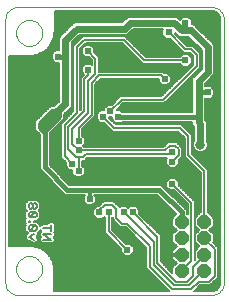
<source format=gbl>
G75*
%MOIN*%
%OFA0B0*%
%FSLAX24Y24*%
%IPPOS*%
%LPD*%
%AMOC8*
5,1,8,0,0,1.08239X$1,22.5*
%
%ADD10C,0.0000*%
%ADD11C,0.0060*%
%ADD12OC8,0.0440*%
%ADD13C,0.0240*%
%ADD14C,0.0160*%
%ADD15C,0.0320*%
%ADD16C,0.0320*%
%ADD17C,0.0240*%
%ADD18C,0.0120*%
%ADD19C,0.0100*%
D10*
X003193Y001223D02*
X003193Y010022D01*
X003195Y010061D01*
X003201Y010099D01*
X003210Y010136D01*
X003223Y010173D01*
X003240Y010208D01*
X003259Y010241D01*
X003282Y010272D01*
X003308Y010301D01*
X003337Y010327D01*
X003368Y010350D01*
X003401Y010369D01*
X003436Y010386D01*
X003473Y010399D01*
X003510Y010408D01*
X003548Y010414D01*
X003587Y010416D01*
X010080Y010416D01*
X010119Y010414D01*
X010157Y010408D01*
X010194Y010399D01*
X010231Y010386D01*
X010266Y010369D01*
X010299Y010350D01*
X010330Y010327D01*
X010359Y010301D01*
X010385Y010272D01*
X010408Y010241D01*
X010427Y010208D01*
X010444Y010173D01*
X010457Y010136D01*
X010466Y010099D01*
X010472Y010061D01*
X010474Y010022D01*
X010474Y001223D01*
X010472Y001184D01*
X010466Y001146D01*
X010457Y001109D01*
X010444Y001072D01*
X010427Y001037D01*
X010408Y001004D01*
X010385Y000973D01*
X010359Y000944D01*
X010330Y000918D01*
X010299Y000895D01*
X010266Y000876D01*
X010231Y000859D01*
X010194Y000846D01*
X010157Y000837D01*
X010119Y000831D01*
X010080Y000829D01*
X003587Y000829D01*
X003548Y000831D01*
X003510Y000837D01*
X003473Y000846D01*
X003436Y000859D01*
X003401Y000876D01*
X003368Y000895D01*
X003337Y000918D01*
X003308Y000944D01*
X003282Y000973D01*
X003259Y001004D01*
X003240Y001037D01*
X003223Y001072D01*
X003210Y001109D01*
X003201Y001146D01*
X003195Y001184D01*
X003193Y001223D01*
X003548Y001685D02*
X003550Y001726D01*
X003556Y001767D01*
X003566Y001807D01*
X003579Y001846D01*
X003596Y001883D01*
X003617Y001919D01*
X003641Y001953D01*
X003668Y001984D01*
X003697Y002012D01*
X003730Y002038D01*
X003764Y002060D01*
X003801Y002079D01*
X003839Y002094D01*
X003879Y002106D01*
X003919Y002114D01*
X003960Y002118D01*
X004002Y002118D01*
X004043Y002114D01*
X004083Y002106D01*
X004123Y002094D01*
X004161Y002079D01*
X004197Y002060D01*
X004232Y002038D01*
X004265Y002012D01*
X004294Y001984D01*
X004321Y001953D01*
X004345Y001919D01*
X004366Y001883D01*
X004383Y001846D01*
X004396Y001807D01*
X004406Y001767D01*
X004412Y001726D01*
X004414Y001685D01*
X004412Y001644D01*
X004406Y001603D01*
X004396Y001563D01*
X004383Y001524D01*
X004366Y001487D01*
X004345Y001451D01*
X004321Y001417D01*
X004294Y001386D01*
X004265Y001358D01*
X004232Y001332D01*
X004198Y001310D01*
X004161Y001291D01*
X004123Y001276D01*
X004083Y001264D01*
X004043Y001256D01*
X004002Y001252D01*
X003960Y001252D01*
X003919Y001256D01*
X003879Y001264D01*
X003839Y001276D01*
X003801Y001291D01*
X003765Y001310D01*
X003730Y001332D01*
X003697Y001358D01*
X003668Y001386D01*
X003641Y001417D01*
X003617Y001451D01*
X003596Y001487D01*
X003579Y001524D01*
X003566Y001563D01*
X003556Y001603D01*
X003550Y001644D01*
X003548Y001685D01*
X003548Y009559D02*
X003550Y009600D01*
X003556Y009641D01*
X003566Y009681D01*
X003579Y009720D01*
X003596Y009757D01*
X003617Y009793D01*
X003641Y009827D01*
X003668Y009858D01*
X003697Y009886D01*
X003730Y009912D01*
X003764Y009934D01*
X003801Y009953D01*
X003839Y009968D01*
X003879Y009980D01*
X003919Y009988D01*
X003960Y009992D01*
X004002Y009992D01*
X004043Y009988D01*
X004083Y009980D01*
X004123Y009968D01*
X004161Y009953D01*
X004197Y009934D01*
X004232Y009912D01*
X004265Y009886D01*
X004294Y009858D01*
X004321Y009827D01*
X004345Y009793D01*
X004366Y009757D01*
X004383Y009720D01*
X004396Y009681D01*
X004406Y009641D01*
X004412Y009600D01*
X004414Y009559D01*
X004412Y009518D01*
X004406Y009477D01*
X004396Y009437D01*
X004383Y009398D01*
X004366Y009361D01*
X004345Y009325D01*
X004321Y009291D01*
X004294Y009260D01*
X004265Y009232D01*
X004232Y009206D01*
X004198Y009184D01*
X004161Y009165D01*
X004123Y009150D01*
X004083Y009138D01*
X004043Y009130D01*
X004002Y009126D01*
X003960Y009126D01*
X003919Y009130D01*
X003879Y009138D01*
X003839Y009150D01*
X003801Y009165D01*
X003765Y009184D01*
X003730Y009206D01*
X003697Y009232D01*
X003668Y009260D01*
X003641Y009291D01*
X003617Y009325D01*
X003596Y009361D01*
X003579Y009398D01*
X003566Y009437D01*
X003556Y009477D01*
X003550Y009518D01*
X003548Y009559D01*
D11*
X003323Y008792D02*
X004016Y008792D01*
X004017Y008791D01*
X004029Y008792D01*
X004040Y008792D01*
X004042Y008794D01*
X004144Y008804D01*
X004146Y008803D01*
X004156Y008806D01*
X004167Y008807D01*
X004169Y008809D01*
X004269Y008835D01*
X004271Y008834D01*
X004281Y008839D01*
X004292Y008842D01*
X004293Y008844D01*
X004387Y008886D01*
X004390Y008885D01*
X004399Y008891D01*
X004409Y008896D01*
X004410Y008898D01*
X004497Y008954D01*
X004500Y008954D01*
X004508Y008961D01*
X004517Y008967D01*
X004517Y008970D01*
X004594Y009039D01*
X004597Y009039D01*
X004604Y009048D01*
X004612Y009055D01*
X004612Y009058D01*
X004677Y009138D01*
X004680Y009139D01*
X004685Y009148D01*
X004692Y009156D01*
X004692Y009159D01*
X004743Y009249D01*
X004746Y009250D01*
X004750Y009260D01*
X004755Y009269D01*
X004755Y009272D01*
X004792Y009368D01*
X004794Y009370D01*
X004796Y009380D01*
X004800Y009390D01*
X004799Y009393D01*
X004821Y009494D01*
X004823Y009496D01*
X004823Y009507D01*
X004826Y009517D01*
X004824Y009519D01*
X004830Y009621D01*
X004830Y009622D01*
X004830Y009634D01*
X004831Y009646D01*
X004830Y009647D01*
X004830Y010286D01*
X010080Y010286D01*
X010131Y010281D01*
X010226Y010241D01*
X010299Y010169D01*
X010339Y010074D01*
X010344Y010022D01*
X010344Y001223D01*
X010339Y001171D01*
X010299Y001076D01*
X010226Y001004D01*
X010131Y000964D01*
X010080Y000959D01*
X009493Y000959D01*
X009501Y000967D01*
X009680Y001147D01*
X010024Y001147D01*
X010094Y001217D01*
X010282Y001404D01*
X010282Y002410D01*
X010212Y002480D01*
X010116Y002576D01*
X010128Y002588D01*
X010128Y002845D01*
X009982Y002992D01*
X010128Y003138D01*
X010128Y003395D01*
X009947Y003577D01*
X009938Y003577D01*
X009938Y005004D01*
X009407Y005535D01*
X009407Y006160D01*
X009126Y006441D01*
X009126Y006441D01*
X009055Y006512D01*
X006868Y006512D01*
X006653Y006726D01*
X006653Y006744D01*
X006733Y006744D01*
X006733Y006680D01*
X006856Y006557D01*
X007030Y006557D01*
X007070Y006597D01*
X009421Y006597D01*
X009421Y006492D01*
X009483Y006430D01*
X009483Y005973D01*
X009481Y005971D01*
X009443Y005879D01*
X009443Y005779D01*
X009481Y005688D01*
X009552Y005617D01*
X009643Y005579D01*
X009743Y005579D01*
X009835Y005617D01*
X009905Y005688D01*
X009943Y005779D01*
X009943Y005879D01*
X009905Y005971D01*
X009903Y005973D01*
X009903Y006604D01*
X009841Y006666D01*
X009841Y007385D01*
X009856Y007369D01*
X010030Y007369D01*
X010153Y007492D01*
X010153Y007666D01*
X010030Y007789D01*
X009856Y007789D01*
X009841Y007774D01*
X009841Y007867D01*
X010153Y008180D01*
X010153Y009166D01*
X010030Y009289D01*
X009591Y009729D01*
X009468Y009852D01*
X009403Y009852D01*
X009403Y009979D01*
X009280Y010102D01*
X009106Y010102D01*
X009006Y010001D01*
X008905Y010102D01*
X007262Y010102D01*
X007075Y009914D01*
X005481Y009914D01*
X004983Y009416D01*
X004983Y008977D01*
X004856Y008977D01*
X004733Y008854D01*
X004733Y008680D01*
X004856Y008557D01*
X004983Y008557D01*
X004983Y007278D01*
X004807Y007125D01*
X004698Y007125D01*
X004616Y007043D01*
X004260Y006688D01*
X004178Y006606D01*
X004178Y006334D01*
X004260Y006252D01*
X004336Y006176D01*
X004336Y005009D01*
X004435Y004909D01*
X005185Y004159D01*
X005851Y004159D01*
X005796Y004104D01*
X005796Y003930D01*
X004306Y003930D01*
X004310Y003926D02*
X004240Y003996D01*
X004110Y003996D01*
X004110Y003996D01*
X004061Y003996D01*
X003967Y003996D01*
X003923Y003953D01*
X003853Y003883D01*
X003853Y003697D01*
X003907Y003642D01*
X003853Y003588D01*
X003853Y003402D01*
X003877Y003378D01*
X003853Y003354D01*
X003853Y003211D01*
X003886Y003179D01*
X003853Y003146D01*
X003853Y002960D01*
X003897Y002917D01*
X003938Y002875D01*
X003927Y002870D01*
X003888Y002857D01*
X003884Y002848D01*
X003875Y002844D01*
X003862Y002804D01*
X003844Y002768D01*
X003847Y002758D01*
X003844Y002749D01*
X003862Y002712D01*
X003875Y002673D01*
X003884Y002669D01*
X003888Y002660D01*
X003927Y002647D01*
X004137Y002542D01*
X004232Y002574D01*
X004276Y002662D01*
X004245Y002757D01*
X004242Y002758D01*
X004245Y002760D01*
X004276Y002854D01*
X004267Y002873D01*
X004283Y002890D01*
X004353Y002960D01*
X004353Y002983D01*
X004383Y002953D01*
X004381Y002953D01*
X004360Y002922D01*
X004333Y002895D01*
X004333Y002881D01*
X004326Y002870D01*
X004333Y002833D01*
X004333Y002795D01*
X004343Y002786D01*
X004345Y002773D01*
X004369Y002757D01*
X004333Y002721D01*
X004333Y002622D01*
X004403Y002552D01*
X004677Y002552D01*
X004688Y002544D01*
X004725Y002552D01*
X004763Y002552D01*
X004773Y002561D01*
X004786Y002564D01*
X004807Y002595D01*
X004833Y002622D01*
X004833Y002635D01*
X004841Y002646D01*
X004833Y002684D01*
X004833Y002721D01*
X004824Y002731D01*
X004821Y002744D01*
X004798Y002760D01*
X006655Y002760D01*
X006597Y002818D02*
X004833Y002818D01*
X004833Y002795D02*
X004833Y002895D01*
X004823Y002906D01*
X004833Y002917D01*
X004833Y003190D01*
X004763Y003260D01*
X004664Y003260D01*
X004593Y003190D01*
X004593Y003173D01*
X004403Y003173D01*
X004353Y003123D01*
X004353Y003146D01*
X004310Y003190D01*
X004240Y003260D01*
X004137Y003260D01*
X004137Y003288D01*
X004240Y003288D01*
X004283Y003332D01*
X004353Y003402D01*
X004353Y003588D01*
X004310Y003631D01*
X004299Y003642D01*
X004353Y003697D01*
X004353Y003883D01*
X004310Y003926D01*
X004353Y003871D02*
X005854Y003871D01*
X005913Y003813D02*
X004353Y003813D01*
X004353Y003754D02*
X006196Y003754D01*
X006231Y003789D02*
X006108Y003666D01*
X006108Y003492D01*
X006231Y003369D01*
X006405Y003369D01*
X006474Y003438D01*
X006511Y003402D01*
X006511Y002904D01*
X007046Y002369D01*
X007046Y002242D01*
X007169Y002119D01*
X007343Y002119D01*
X007466Y002242D01*
X007466Y002416D01*
X007343Y002539D01*
X007215Y002539D01*
X006751Y003004D01*
X006751Y003402D01*
X006761Y003412D01*
X006761Y003342D01*
X006831Y003272D01*
X007018Y003084D01*
X007206Y003084D01*
X007886Y002404D01*
X007886Y001717D01*
X007956Y001647D01*
X008643Y000959D01*
X004823Y000959D01*
X004823Y001645D01*
X004824Y001647D01*
X004823Y001658D01*
X004823Y001670D01*
X004822Y001671D01*
X004811Y001773D01*
X004813Y001776D01*
X004810Y001786D01*
X004809Y001797D01*
X004807Y001798D01*
X004780Y001898D01*
X004781Y001901D01*
X004777Y001911D01*
X004774Y001921D01*
X004771Y001923D01*
X004729Y002017D01*
X004730Y002020D01*
X004724Y002029D01*
X004720Y002039D01*
X004717Y002040D01*
X004661Y002126D01*
X004661Y002129D01*
X004654Y002137D01*
X004648Y002146D01*
X004645Y002147D01*
X004576Y002224D01*
X004576Y002227D01*
X004568Y002233D01*
X007055Y002233D01*
X007046Y002292D02*
X004496Y002292D01*
X004477Y002307D02*
X004477Y002309D01*
X004467Y002315D01*
X004459Y002322D01*
X004456Y002321D01*
X004367Y002373D01*
X004366Y002376D01*
X004356Y002380D01*
X004346Y002385D01*
X004344Y002384D01*
X004247Y002421D01*
X004246Y002424D01*
X004235Y002426D01*
X004225Y002430D01*
X004222Y002429D01*
X004121Y002450D01*
X004119Y002452D01*
X004109Y002453D01*
X004098Y002455D01*
X004096Y002454D01*
X003995Y002459D01*
X003994Y002460D01*
X003981Y002460D01*
X003969Y002460D01*
X003968Y002460D01*
X003323Y002460D01*
X003323Y008792D01*
X003323Y008785D02*
X004733Y008785D01*
X004733Y008727D02*
X003323Y008727D01*
X003323Y008668D02*
X004745Y008668D01*
X004803Y008610D02*
X003323Y008610D01*
X003323Y008551D02*
X004983Y008551D01*
X004983Y008493D02*
X003323Y008493D01*
X003323Y008434D02*
X004983Y008434D01*
X004983Y008376D02*
X003323Y008376D01*
X003323Y008317D02*
X004983Y008317D01*
X004983Y008259D02*
X003323Y008259D01*
X003323Y008200D02*
X004983Y008200D01*
X004983Y008142D02*
X003323Y008142D01*
X003323Y008083D02*
X004983Y008083D01*
X004983Y008025D02*
X003323Y008025D01*
X003323Y007966D02*
X004983Y007966D01*
X004983Y007908D02*
X003323Y007908D01*
X003323Y007849D02*
X004983Y007849D01*
X004983Y007791D02*
X003323Y007791D01*
X003323Y007732D02*
X004983Y007732D01*
X004983Y007674D02*
X003323Y007674D01*
X003323Y007615D02*
X004983Y007615D01*
X004983Y007557D02*
X003323Y007557D01*
X003323Y007498D02*
X004983Y007498D01*
X004983Y007440D02*
X003323Y007440D01*
X003323Y007381D02*
X004983Y007381D01*
X004983Y007323D02*
X003323Y007323D01*
X003323Y007264D02*
X004967Y007264D01*
X004900Y007206D02*
X003323Y007206D01*
X003323Y007147D02*
X004833Y007147D01*
X004661Y007089D02*
X003323Y007089D01*
X003323Y007030D02*
X004602Y007030D01*
X004544Y006972D02*
X003323Y006972D01*
X003323Y006913D02*
X004485Y006913D01*
X004427Y006855D02*
X003323Y006855D01*
X003323Y006796D02*
X004368Y006796D01*
X004310Y006738D02*
X003323Y006738D01*
X003323Y006679D02*
X004251Y006679D01*
X004193Y006621D02*
X003323Y006621D01*
X003323Y006562D02*
X004178Y006562D01*
X004178Y006504D02*
X003323Y006504D01*
X003323Y006445D02*
X004178Y006445D01*
X004178Y006387D02*
X003323Y006387D01*
X003323Y006328D02*
X004184Y006328D01*
X004242Y006270D02*
X003323Y006270D01*
X003323Y006211D02*
X004301Y006211D01*
X004336Y006153D02*
X003323Y006153D01*
X003323Y006094D02*
X004336Y006094D01*
X004336Y006036D02*
X003323Y006036D01*
X003323Y005977D02*
X004336Y005977D01*
X004336Y005919D02*
X003323Y005919D01*
X003323Y005860D02*
X004336Y005860D01*
X004336Y005802D02*
X003323Y005802D01*
X003323Y005743D02*
X004336Y005743D01*
X004336Y005685D02*
X003323Y005685D01*
X003323Y005626D02*
X004336Y005626D01*
X004336Y005568D02*
X003323Y005568D01*
X003323Y005509D02*
X004336Y005509D01*
X004336Y005451D02*
X003323Y005451D01*
X003323Y005392D02*
X004336Y005392D01*
X004336Y005334D02*
X003323Y005334D01*
X003323Y005275D02*
X004336Y005275D01*
X004336Y005217D02*
X003323Y005217D01*
X003323Y005158D02*
X004336Y005158D01*
X004336Y005100D02*
X003323Y005100D01*
X003323Y005041D02*
X004336Y005041D01*
X004362Y004983D02*
X003323Y004983D01*
X003323Y004924D02*
X004420Y004924D01*
X004479Y004866D02*
X003323Y004866D01*
X003323Y004807D02*
X004537Y004807D01*
X004596Y004749D02*
X003323Y004749D01*
X003323Y004690D02*
X004654Y004690D01*
X004713Y004632D02*
X003323Y004632D01*
X003323Y004573D02*
X004771Y004573D01*
X004830Y004515D02*
X003323Y004515D01*
X003323Y004456D02*
X004888Y004456D01*
X004947Y004398D02*
X003323Y004398D01*
X003323Y004339D02*
X005005Y004339D01*
X005064Y004281D02*
X003323Y004281D01*
X003323Y004222D02*
X005122Y004222D01*
X005181Y004164D02*
X003323Y004164D01*
X003323Y004105D02*
X005797Y004105D01*
X005796Y004047D02*
X003323Y004047D01*
X003323Y003988D02*
X003959Y003988D01*
X003900Y003930D02*
X003323Y003930D01*
X003323Y003871D02*
X003853Y003871D01*
X003853Y003813D02*
X003323Y003813D01*
X003323Y003754D02*
X003853Y003754D01*
X003854Y003696D02*
X003323Y003696D01*
X003323Y003637D02*
X003902Y003637D01*
X003853Y003579D02*
X003323Y003579D01*
X003323Y003520D02*
X003853Y003520D01*
X003853Y003462D02*
X003323Y003462D01*
X003323Y003403D02*
X003853Y003403D01*
X003853Y003345D02*
X003323Y003345D01*
X003323Y003286D02*
X003853Y003286D01*
X003853Y003228D02*
X003323Y003228D01*
X003323Y003169D02*
X003876Y003169D01*
X003853Y003111D02*
X003323Y003111D01*
X003323Y003052D02*
X003853Y003052D01*
X003853Y002994D02*
X003323Y002994D01*
X003323Y002935D02*
X003878Y002935D01*
X003936Y002877D02*
X003323Y002877D01*
X003323Y002818D02*
X003867Y002818D01*
X003846Y002760D02*
X003323Y002760D01*
X003323Y002701D02*
X003866Y002701D01*
X003936Y002643D02*
X003323Y002643D01*
X003323Y002584D02*
X004053Y002584D01*
X004147Y002672D02*
X003973Y002758D01*
X004147Y002845D01*
X004264Y002818D02*
X004333Y002818D01*
X004330Y002877D02*
X004270Y002877D01*
X004329Y002935D02*
X004369Y002935D01*
X004453Y002845D02*
X004713Y002845D01*
X004798Y002760D02*
X004833Y002795D01*
X004833Y002877D02*
X006538Y002877D01*
X006511Y002935D02*
X004833Y002935D01*
X004833Y002994D02*
X006511Y002994D01*
X006511Y003052D02*
X004833Y003052D01*
X004833Y003111D02*
X006511Y003111D01*
X006511Y003169D02*
X004833Y003169D01*
X004795Y003228D02*
X006511Y003228D01*
X006511Y003286D02*
X004137Y003286D01*
X004017Y003304D02*
X004017Y003261D01*
X003973Y003261D01*
X003973Y003304D01*
X004017Y003304D01*
X004017Y003408D02*
X003973Y003452D01*
X003973Y003538D01*
X004017Y003582D01*
X004190Y003582D01*
X004017Y003408D01*
X004190Y003408D01*
X004233Y003452D01*
X004233Y003538D01*
X004190Y003582D01*
X004190Y003703D02*
X004147Y003703D01*
X004103Y003746D01*
X004103Y003833D01*
X004060Y003876D01*
X004017Y003876D01*
X003973Y003833D01*
X003973Y003746D01*
X004017Y003703D01*
X004060Y003703D01*
X004103Y003746D01*
X004103Y003833D02*
X004147Y003876D01*
X004190Y003876D01*
X004233Y003833D01*
X004233Y003746D01*
X004190Y003703D01*
X004304Y003637D02*
X006108Y003637D01*
X006108Y003579D02*
X004353Y003579D01*
X004353Y003520D02*
X006108Y003520D01*
X006139Y003462D02*
X004353Y003462D01*
X004353Y003403D02*
X006197Y003403D01*
X006318Y003579D02*
X006318Y003642D01*
X006506Y003829D01*
X006756Y003829D01*
X006881Y003704D01*
X006881Y003392D01*
X007068Y003204D01*
X007256Y003204D01*
X008006Y002454D01*
X008006Y001767D01*
X008756Y001017D01*
X009381Y001017D01*
X009631Y001267D01*
X009974Y001267D01*
X010162Y001454D01*
X010162Y002360D01*
X009818Y002704D01*
X009818Y002717D01*
X009598Y002935D02*
X009501Y002935D01*
X009501Y002877D02*
X009540Y002877D01*
X009508Y002845D02*
X009508Y002588D01*
X009655Y002442D01*
X009508Y002295D01*
X009508Y002038D01*
X009527Y002020D01*
X009501Y001994D01*
X009501Y003941D01*
X008966Y004476D01*
X008966Y004604D01*
X008843Y004727D01*
X008669Y004727D01*
X008546Y004604D01*
X008546Y004430D01*
X008669Y004307D01*
X008796Y004307D01*
X009261Y003842D01*
X009261Y003513D01*
X009238Y003535D01*
X009238Y003650D01*
X008488Y004400D01*
X008389Y004499D01*
X005326Y004499D01*
X004676Y005150D01*
X004676Y006239D01*
X005064Y006627D01*
X005089Y006652D01*
X005120Y006667D01*
X005128Y006691D01*
X005146Y006709D01*
X005146Y006744D01*
X005157Y006777D01*
X005146Y006800D01*
X005146Y006863D01*
X005272Y006972D01*
X005280Y006972D01*
X005336Y007028D01*
X005396Y007080D01*
X005397Y007089D01*
X005403Y007095D01*
X005403Y007175D01*
X005409Y007254D01*
X005403Y007260D01*
X005403Y009242D01*
X005655Y009494D01*
X007249Y009494D01*
X007372Y009617D01*
X007436Y009682D01*
X008436Y009682D01*
X008421Y009666D01*
X008421Y009492D01*
X008544Y009369D01*
X008671Y009369D01*
X009073Y008967D01*
X009143Y008897D01*
X009331Y008897D01*
X009448Y008779D01*
X009448Y008504D01*
X008393Y007449D01*
X007018Y007449D01*
X006733Y007164D01*
X006606Y007164D01*
X006483Y007041D01*
X006483Y006977D01*
X006356Y006977D01*
X006233Y006854D01*
X006233Y006680D01*
X006356Y006557D01*
X006483Y006557D01*
X006768Y006272D01*
X008956Y006272D01*
X009167Y006061D01*
X009167Y005436D01*
X009698Y004904D01*
X009698Y003577D01*
X009690Y003577D01*
X009508Y003395D01*
X009508Y003138D01*
X009655Y002992D01*
X009508Y002845D01*
X009501Y002818D02*
X009508Y002818D01*
X009501Y002760D02*
X009508Y002760D01*
X009501Y002701D02*
X009508Y002701D01*
X009501Y002643D02*
X009508Y002643D01*
X009501Y002584D02*
X009512Y002584D01*
X009501Y002526D02*
X009571Y002526D01*
X009629Y002467D02*
X009501Y002467D01*
X009501Y002409D02*
X009622Y002409D01*
X009563Y002350D02*
X009501Y002350D01*
X009501Y002292D02*
X009508Y002292D01*
X009501Y002233D02*
X009508Y002233D01*
X009501Y002175D02*
X009508Y002175D01*
X009501Y002116D02*
X009508Y002116D01*
X009501Y002058D02*
X009508Y002058D01*
X009501Y001999D02*
X009506Y001999D01*
X009381Y001954D02*
X009381Y003892D01*
X008756Y004517D01*
X008636Y004339D02*
X008549Y004339D01*
X008578Y004398D02*
X008490Y004398D01*
X008546Y004456D02*
X008432Y004456D01*
X008546Y004515D02*
X005311Y004515D01*
X005252Y004573D02*
X008546Y004573D01*
X008574Y004632D02*
X005194Y004632D01*
X005135Y004690D02*
X008632Y004690D01*
X008879Y004690D02*
X009698Y004690D01*
X009698Y004632D02*
X008938Y004632D01*
X008966Y004573D02*
X009698Y004573D01*
X009698Y004515D02*
X008966Y004515D01*
X008986Y004456D02*
X009698Y004456D01*
X009698Y004398D02*
X009044Y004398D01*
X009103Y004339D02*
X009698Y004339D01*
X009698Y004281D02*
X009161Y004281D01*
X009220Y004222D02*
X009698Y004222D01*
X009698Y004164D02*
X009278Y004164D01*
X009337Y004105D02*
X009698Y004105D01*
X009698Y004047D02*
X009395Y004047D01*
X009454Y003988D02*
X009698Y003988D01*
X009698Y003930D02*
X009501Y003930D01*
X009501Y003871D02*
X009698Y003871D01*
X009698Y003813D02*
X009501Y003813D01*
X009501Y003754D02*
X009698Y003754D01*
X009698Y003696D02*
X009501Y003696D01*
X009501Y003637D02*
X009698Y003637D01*
X009698Y003579D02*
X009501Y003579D01*
X009501Y003520D02*
X009633Y003520D01*
X009575Y003462D02*
X009501Y003462D01*
X009501Y003403D02*
X009516Y003403D01*
X009508Y003345D02*
X009501Y003345D01*
X009501Y003286D02*
X009508Y003286D01*
X009501Y003228D02*
X009508Y003228D01*
X009501Y003169D02*
X009508Y003169D01*
X009501Y003111D02*
X009536Y003111D01*
X009501Y003052D02*
X009594Y003052D01*
X009653Y002994D02*
X009501Y002994D01*
X009818Y003267D02*
X009818Y004954D01*
X009287Y005485D01*
X009287Y006110D01*
X009006Y006392D01*
X006818Y006392D01*
X006443Y006767D01*
X006292Y006621D02*
X006029Y006621D01*
X005971Y006562D02*
X006351Y006562D01*
X006234Y006679D02*
X006088Y006679D01*
X006118Y006709D02*
X006188Y006779D01*
X006188Y007842D01*
X006368Y008022D01*
X008296Y008022D01*
X008296Y007930D01*
X008419Y007807D01*
X008593Y007807D01*
X008716Y007930D01*
X008716Y008104D01*
X008593Y008227D01*
X008465Y008227D01*
X008430Y008262D01*
X006313Y008262D01*
X006313Y008754D01*
X006153Y008914D01*
X006153Y009041D01*
X006030Y009164D01*
X005856Y009164D01*
X005733Y009041D01*
X005733Y008867D01*
X005856Y008744D01*
X005983Y008744D01*
X006073Y008654D01*
X006073Y008496D01*
X006030Y008539D01*
X005856Y008539D01*
X005733Y008416D01*
X005733Y008242D01*
X005804Y008172D01*
X005768Y008137D01*
X005698Y008066D01*
X005698Y007004D01*
X005688Y006994D01*
X005688Y009029D01*
X005868Y009209D01*
X007081Y009209D01*
X007698Y008592D01*
X007768Y008522D01*
X009016Y008522D01*
X009106Y008432D01*
X009280Y008432D01*
X009403Y008555D01*
X009403Y008729D01*
X009280Y008852D01*
X009106Y008852D01*
X009016Y008762D01*
X007868Y008762D01*
X007180Y009449D01*
X005768Y009449D01*
X005698Y009379D01*
X005518Y009199D01*
X005448Y009129D01*
X005448Y006941D01*
X005112Y006605D01*
X005042Y006535D01*
X005042Y005404D01*
X005112Y005334D01*
X005202Y005244D01*
X005202Y005117D01*
X005325Y004994D01*
X005421Y004994D01*
X005421Y004867D01*
X005544Y004744D01*
X005718Y004744D01*
X005841Y004867D01*
X005841Y005041D01*
X005751Y005131D01*
X005751Y005303D01*
X005837Y005303D01*
X005907Y005373D01*
X005930Y005397D01*
X008589Y005397D01*
X008546Y005354D01*
X008546Y005180D01*
X008669Y005057D01*
X008843Y005057D01*
X008966Y005180D01*
X008966Y005307D01*
X009024Y005365D01*
X009094Y005436D01*
X009094Y005723D01*
X008969Y005848D01*
X008899Y005918D01*
X008612Y005918D01*
X008456Y005762D01*
X005808Y005762D01*
X005771Y005798D01*
X005841Y005867D01*
X005841Y006041D01*
X005751Y006131D01*
X005751Y006342D01*
X006118Y006709D01*
X006146Y006738D02*
X006233Y006738D01*
X006233Y006796D02*
X006188Y006796D01*
X006188Y006855D02*
X006234Y006855D01*
X006188Y006913D02*
X006293Y006913D01*
X006351Y006972D02*
X006188Y006972D01*
X006188Y007030D02*
X006483Y007030D01*
X006531Y007089D02*
X006188Y007089D01*
X006188Y007147D02*
X006589Y007147D01*
X006775Y007206D02*
X006188Y007206D01*
X006188Y007264D02*
X006833Y007264D01*
X006892Y007323D02*
X006188Y007323D01*
X006188Y007381D02*
X006950Y007381D01*
X007009Y007440D02*
X006188Y007440D01*
X006188Y007498D02*
X008443Y007498D01*
X008501Y007557D02*
X006188Y007557D01*
X006188Y007615D02*
X008560Y007615D01*
X008618Y007674D02*
X006188Y007674D01*
X006188Y007732D02*
X008677Y007732D01*
X008735Y007791D02*
X006188Y007791D01*
X006195Y007849D02*
X008376Y007849D01*
X008318Y007908D02*
X006254Y007908D01*
X006312Y007966D02*
X008296Y007966D01*
X008381Y008142D02*
X008506Y008017D01*
X008381Y008142D02*
X006318Y008142D01*
X006068Y007892D01*
X006068Y006829D01*
X005631Y006392D01*
X005631Y005954D01*
X005775Y005802D02*
X008496Y005802D01*
X008554Y005860D02*
X005834Y005860D01*
X005841Y005919D02*
X009167Y005919D01*
X009167Y005977D02*
X005841Y005977D01*
X005841Y006036D02*
X009167Y006036D01*
X009133Y006094D02*
X005788Y006094D01*
X005751Y006153D02*
X009075Y006153D01*
X009016Y006211D02*
X005751Y006211D01*
X005751Y006270D02*
X008958Y006270D01*
X009180Y006387D02*
X009483Y006387D01*
X009483Y006328D02*
X009239Y006328D01*
X009297Y006270D02*
X009483Y006270D01*
X009483Y006211D02*
X009356Y006211D01*
X009407Y006153D02*
X009483Y006153D01*
X009483Y006094D02*
X009407Y006094D01*
X009407Y006036D02*
X009483Y006036D01*
X009483Y005977D02*
X009407Y005977D01*
X009407Y005919D02*
X009460Y005919D01*
X009443Y005860D02*
X009407Y005860D01*
X009407Y005802D02*
X009443Y005802D01*
X009458Y005743D02*
X009407Y005743D01*
X009407Y005685D02*
X009484Y005685D01*
X009543Y005626D02*
X009407Y005626D01*
X009407Y005568D02*
X010344Y005568D01*
X010344Y005626D02*
X009844Y005626D01*
X009902Y005685D02*
X010344Y005685D01*
X010344Y005743D02*
X009928Y005743D01*
X009943Y005802D02*
X010344Y005802D01*
X010344Y005860D02*
X009943Y005860D01*
X009927Y005919D02*
X010344Y005919D01*
X010344Y005977D02*
X009903Y005977D01*
X009903Y006036D02*
X010344Y006036D01*
X010344Y006094D02*
X009903Y006094D01*
X009903Y006153D02*
X010344Y006153D01*
X010344Y006211D02*
X009903Y006211D01*
X009903Y006270D02*
X010344Y006270D01*
X010344Y006328D02*
X009903Y006328D01*
X009903Y006387D02*
X010344Y006387D01*
X010344Y006445D02*
X009903Y006445D01*
X009903Y006504D02*
X010344Y006504D01*
X010344Y006562D02*
X009903Y006562D01*
X009886Y006621D02*
X010344Y006621D01*
X010344Y006679D02*
X009841Y006679D01*
X009841Y006738D02*
X010344Y006738D01*
X010344Y006796D02*
X009841Y006796D01*
X009841Y006855D02*
X010344Y006855D01*
X010344Y006913D02*
X009841Y006913D01*
X009841Y006972D02*
X010344Y006972D01*
X010344Y007030D02*
X009841Y007030D01*
X009841Y007089D02*
X010344Y007089D01*
X010344Y007147D02*
X009841Y007147D01*
X009841Y007206D02*
X010344Y007206D01*
X010344Y007264D02*
X009841Y007264D01*
X009841Y007323D02*
X010344Y007323D01*
X010344Y007381D02*
X010042Y007381D01*
X010101Y007440D02*
X010344Y007440D01*
X010344Y007498D02*
X010153Y007498D01*
X010153Y007557D02*
X010344Y007557D01*
X010344Y007615D02*
X010153Y007615D01*
X010146Y007674D02*
X010344Y007674D01*
X010344Y007732D02*
X010087Y007732D01*
X009841Y007791D02*
X010344Y007791D01*
X010344Y007849D02*
X009841Y007849D01*
X009881Y007908D02*
X010344Y007908D01*
X010344Y007966D02*
X009940Y007966D01*
X009998Y008025D02*
X010344Y008025D01*
X010344Y008083D02*
X010057Y008083D01*
X010115Y008142D02*
X010344Y008142D01*
X010344Y008200D02*
X010153Y008200D01*
X010153Y008259D02*
X010344Y008259D01*
X010344Y008317D02*
X010153Y008317D01*
X010153Y008376D02*
X010344Y008376D01*
X010344Y008434D02*
X010153Y008434D01*
X010153Y008493D02*
X010344Y008493D01*
X010344Y008551D02*
X010153Y008551D01*
X010153Y008610D02*
X010344Y008610D01*
X010344Y008668D02*
X010153Y008668D01*
X010153Y008727D02*
X010344Y008727D01*
X010344Y008785D02*
X010153Y008785D01*
X010153Y008844D02*
X010344Y008844D01*
X010344Y008902D02*
X010153Y008902D01*
X010153Y008961D02*
X010344Y008961D01*
X010344Y009019D02*
X010153Y009019D01*
X010153Y009078D02*
X010344Y009078D01*
X010344Y009136D02*
X010153Y009136D01*
X010125Y009195D02*
X010344Y009195D01*
X010344Y009253D02*
X010066Y009253D01*
X010030Y009289D02*
X010030Y009289D01*
X010008Y009312D02*
X010344Y009312D01*
X010344Y009370D02*
X009949Y009370D01*
X009891Y009429D02*
X010344Y009429D01*
X010344Y009487D02*
X009832Y009487D01*
X009774Y009546D02*
X010344Y009546D01*
X010344Y009604D02*
X009715Y009604D01*
X009657Y009663D02*
X010344Y009663D01*
X010344Y009721D02*
X009598Y009721D01*
X009591Y009729D02*
X009591Y009729D01*
X009540Y009780D02*
X010344Y009780D01*
X010344Y009838D02*
X009481Y009838D01*
X009403Y009897D02*
X010344Y009897D01*
X010344Y009955D02*
X009403Y009955D01*
X009368Y010014D02*
X010344Y010014D01*
X010339Y010072D02*
X009310Y010072D01*
X009077Y010072D02*
X008935Y010072D01*
X008993Y010014D02*
X009018Y010014D01*
X008841Y009572D02*
X008981Y009432D01*
X009294Y009432D01*
X009733Y008992D01*
X009733Y008354D01*
X009544Y008164D01*
X009421Y008041D01*
X009421Y006937D01*
X007070Y006937D01*
X007030Y006977D01*
X006903Y006977D01*
X006903Y006994D01*
X007118Y007209D01*
X008493Y007209D01*
X008563Y007279D01*
X009688Y008404D01*
X009688Y008879D01*
X009618Y008949D01*
X009430Y009137D01*
X009243Y009137D01*
X008841Y009539D01*
X008841Y009572D01*
X008841Y009546D02*
X008867Y009546D01*
X008892Y009487D02*
X008926Y009487D01*
X008951Y009429D02*
X009297Y009429D01*
X009355Y009370D02*
X009009Y009370D01*
X009068Y009312D02*
X009414Y009312D01*
X009472Y009253D02*
X009126Y009253D01*
X009185Y009195D02*
X009531Y009195D01*
X009589Y009136D02*
X009431Y009136D01*
X009489Y009078D02*
X009648Y009078D01*
X009706Y009019D02*
X009548Y009019D01*
X009606Y008961D02*
X009733Y008961D01*
X009733Y008902D02*
X009665Y008902D01*
X009688Y008844D02*
X009733Y008844D01*
X009733Y008785D02*
X009688Y008785D01*
X009688Y008727D02*
X009733Y008727D01*
X009733Y008668D02*
X009688Y008668D01*
X009688Y008610D02*
X009733Y008610D01*
X009733Y008551D02*
X009688Y008551D01*
X009688Y008493D02*
X009733Y008493D01*
X009733Y008434D02*
X009688Y008434D01*
X009659Y008376D02*
X009733Y008376D01*
X009697Y008317D02*
X009601Y008317D01*
X009638Y008259D02*
X009542Y008259D01*
X009580Y008200D02*
X009484Y008200D01*
X009521Y008142D02*
X009425Y008142D01*
X009463Y008083D02*
X009367Y008083D01*
X009421Y008025D02*
X009308Y008025D01*
X009250Y007966D02*
X009421Y007966D01*
X009421Y007908D02*
X009191Y007908D01*
X009133Y007849D02*
X009421Y007849D01*
X009421Y007791D02*
X009074Y007791D01*
X009016Y007732D02*
X009421Y007732D01*
X009421Y007674D02*
X008957Y007674D01*
X008899Y007615D02*
X009421Y007615D01*
X009421Y007557D02*
X008840Y007557D01*
X008782Y007498D02*
X009421Y007498D01*
X009421Y007440D02*
X008723Y007440D01*
X008665Y007381D02*
X009421Y007381D01*
X009421Y007323D02*
X008606Y007323D01*
X008548Y007264D02*
X009421Y007264D01*
X009421Y007206D02*
X007114Y007206D01*
X007056Y007147D02*
X009421Y007147D01*
X009421Y007089D02*
X006997Y007089D01*
X006939Y007030D02*
X009421Y007030D01*
X009421Y006972D02*
X007035Y006972D01*
X006733Y006738D02*
X006653Y006738D01*
X006700Y006679D02*
X006734Y006679D01*
X006759Y006621D02*
X006792Y006621D01*
X006817Y006562D02*
X006851Y006562D01*
X007036Y006562D02*
X009421Y006562D01*
X009421Y006504D02*
X009063Y006504D01*
X009122Y006445D02*
X009468Y006445D01*
X009167Y005860D02*
X008957Y005860D01*
X009015Y005802D02*
X009167Y005802D01*
X009167Y005743D02*
X009074Y005743D01*
X009094Y005685D02*
X009167Y005685D01*
X009167Y005626D02*
X009094Y005626D01*
X009094Y005568D02*
X009167Y005568D01*
X009167Y005509D02*
X009094Y005509D01*
X009094Y005451D02*
X009167Y005451D01*
X009210Y005392D02*
X009051Y005392D01*
X008992Y005334D02*
X009269Y005334D01*
X009327Y005275D02*
X008966Y005275D01*
X008966Y005217D02*
X009386Y005217D01*
X009444Y005158D02*
X008944Y005158D01*
X008886Y005100D02*
X009503Y005100D01*
X009561Y005041D02*
X005841Y005041D01*
X005841Y004983D02*
X009620Y004983D01*
X009678Y004924D02*
X005841Y004924D01*
X005839Y004866D02*
X009698Y004866D01*
X009698Y004807D02*
X005781Y004807D01*
X005722Y004749D02*
X009698Y004749D01*
X009938Y004749D02*
X010344Y004749D01*
X010344Y004807D02*
X009938Y004807D01*
X009938Y004866D02*
X010344Y004866D01*
X010344Y004924D02*
X009938Y004924D01*
X009938Y004983D02*
X010344Y004983D01*
X010344Y005041D02*
X009901Y005041D01*
X009842Y005100D02*
X010344Y005100D01*
X010344Y005158D02*
X009784Y005158D01*
X009725Y005217D02*
X010344Y005217D01*
X010344Y005275D02*
X009667Y005275D01*
X009608Y005334D02*
X010344Y005334D01*
X010344Y005392D02*
X009550Y005392D01*
X009491Y005451D02*
X010344Y005451D01*
X010344Y005509D02*
X009433Y005509D01*
X008974Y005485D02*
X008974Y005673D01*
X008849Y005798D01*
X008662Y005798D01*
X008506Y005642D01*
X005631Y005642D01*
X005412Y005860D01*
X005412Y006360D01*
X005943Y006892D01*
X005943Y007954D01*
X006193Y008204D01*
X006193Y008704D01*
X005943Y008954D01*
X005733Y008961D02*
X005688Y008961D01*
X005688Y009019D02*
X005733Y009019D01*
X005736Y009078D02*
X005770Y009078D01*
X005795Y009136D02*
X005828Y009136D01*
X005853Y009195D02*
X007095Y009195D01*
X007154Y009136D02*
X006058Y009136D01*
X006117Y009078D02*
X007212Y009078D01*
X007271Y009019D02*
X006153Y009019D01*
X006153Y008961D02*
X007329Y008961D01*
X007388Y008902D02*
X006165Y008902D01*
X006223Y008844D02*
X007446Y008844D01*
X007505Y008785D02*
X006282Y008785D01*
X006313Y008727D02*
X007563Y008727D01*
X007622Y008668D02*
X006313Y008668D01*
X006313Y008610D02*
X007680Y008610D01*
X007739Y008551D02*
X006313Y008551D01*
X006313Y008493D02*
X009045Y008493D01*
X009104Y008434D02*
X006313Y008434D01*
X006313Y008376D02*
X009320Y008376D01*
X009283Y008434D02*
X009379Y008434D01*
X009341Y008493D02*
X009437Y008493D01*
X009448Y008551D02*
X009400Y008551D01*
X009403Y008610D02*
X009448Y008610D01*
X009448Y008668D02*
X009403Y008668D01*
X009403Y008727D02*
X009448Y008727D01*
X009442Y008785D02*
X009347Y008785D01*
X009384Y008844D02*
X009288Y008844D01*
X009138Y008902D02*
X007727Y008902D01*
X007669Y008961D02*
X009079Y008961D01*
X009021Y009019D02*
X007610Y009019D01*
X007552Y009078D02*
X008962Y009078D01*
X008904Y009136D02*
X007493Y009136D01*
X007435Y009195D02*
X008845Y009195D01*
X008787Y009253D02*
X007376Y009253D01*
X007318Y009312D02*
X008728Y009312D01*
X008543Y009370D02*
X007259Y009370D01*
X007201Y009429D02*
X008484Y009429D01*
X008426Y009487D02*
X005648Y009487D01*
X005590Y009429D02*
X005748Y009429D01*
X005690Y009370D02*
X005531Y009370D01*
X005473Y009312D02*
X005631Y009312D01*
X005573Y009253D02*
X005414Y009253D01*
X005403Y009195D02*
X005514Y009195D01*
X005456Y009136D02*
X005403Y009136D01*
X005403Y009078D02*
X005448Y009078D01*
X005448Y009019D02*
X005403Y009019D01*
X005403Y008961D02*
X005448Y008961D01*
X005448Y008902D02*
X005403Y008902D01*
X005403Y008844D02*
X005448Y008844D01*
X005448Y008785D02*
X005403Y008785D01*
X005403Y008727D02*
X005448Y008727D01*
X005448Y008668D02*
X005403Y008668D01*
X005403Y008610D02*
X005448Y008610D01*
X005448Y008551D02*
X005403Y008551D01*
X005403Y008493D02*
X005448Y008493D01*
X005448Y008434D02*
X005403Y008434D01*
X005403Y008376D02*
X005448Y008376D01*
X005448Y008317D02*
X005403Y008317D01*
X005403Y008259D02*
X005448Y008259D01*
X005448Y008200D02*
X005403Y008200D01*
X005403Y008142D02*
X005448Y008142D01*
X005448Y008083D02*
X005403Y008083D01*
X005403Y008025D02*
X005448Y008025D01*
X005448Y007966D02*
X005403Y007966D01*
X005403Y007908D02*
X005448Y007908D01*
X005448Y007849D02*
X005403Y007849D01*
X005403Y007791D02*
X005448Y007791D01*
X005448Y007732D02*
X005403Y007732D01*
X005403Y007674D02*
X005448Y007674D01*
X005448Y007615D02*
X005403Y007615D01*
X005403Y007557D02*
X005448Y007557D01*
X005448Y007498D02*
X005403Y007498D01*
X005403Y007440D02*
X005448Y007440D01*
X005448Y007381D02*
X005403Y007381D01*
X005403Y007323D02*
X005448Y007323D01*
X005448Y007264D02*
X005403Y007264D01*
X005405Y007206D02*
X005448Y007206D01*
X005448Y007147D02*
X005403Y007147D01*
X005397Y007089D02*
X005448Y007089D01*
X005448Y007030D02*
X005339Y007030D01*
X005271Y006972D02*
X005448Y006972D01*
X005420Y006913D02*
X005204Y006913D01*
X005146Y006855D02*
X005361Y006855D01*
X005303Y006796D02*
X005147Y006796D01*
X005146Y006738D02*
X005244Y006738D01*
X005186Y006679D02*
X005124Y006679D01*
X005127Y006621D02*
X005058Y006621D01*
X005069Y006562D02*
X004999Y006562D01*
X005042Y006504D02*
X004941Y006504D01*
X004882Y006445D02*
X005042Y006445D01*
X005042Y006387D02*
X004824Y006387D01*
X004765Y006328D02*
X005042Y006328D01*
X005042Y006270D02*
X004707Y006270D01*
X004676Y006211D02*
X005042Y006211D01*
X005042Y006153D02*
X004676Y006153D01*
X004676Y006094D02*
X005042Y006094D01*
X005042Y006036D02*
X004676Y006036D01*
X004676Y005977D02*
X005042Y005977D01*
X005042Y005919D02*
X004676Y005919D01*
X004676Y005860D02*
X005042Y005860D01*
X005042Y005802D02*
X004676Y005802D01*
X004676Y005743D02*
X005042Y005743D01*
X005042Y005685D02*
X004676Y005685D01*
X004676Y005626D02*
X005042Y005626D01*
X005042Y005568D02*
X004676Y005568D01*
X004676Y005509D02*
X005042Y005509D01*
X005042Y005451D02*
X004676Y005451D01*
X004676Y005392D02*
X005054Y005392D01*
X005113Y005334D02*
X004676Y005334D01*
X004676Y005275D02*
X005171Y005275D01*
X005202Y005217D02*
X004676Y005217D01*
X004676Y005158D02*
X005202Y005158D01*
X005219Y005100D02*
X004726Y005100D01*
X004784Y005041D02*
X005278Y005041D01*
X005421Y004983D02*
X004843Y004983D01*
X004901Y004924D02*
X005421Y004924D01*
X005422Y004866D02*
X004960Y004866D01*
X005018Y004807D02*
X005481Y004807D01*
X005539Y004749D02*
X005077Y004749D01*
X005412Y005204D02*
X005162Y005454D01*
X005162Y006485D01*
X005568Y006892D01*
X005568Y009079D01*
X005818Y009329D01*
X007131Y009329D01*
X007818Y008642D01*
X009193Y008642D01*
X009040Y008785D02*
X007844Y008785D01*
X007786Y008844D02*
X009098Y008844D01*
X009193Y009017D02*
X009381Y009017D01*
X009568Y008829D01*
X009568Y008454D01*
X008443Y007329D01*
X007068Y007329D01*
X006693Y006954D01*
X006536Y006504D02*
X005912Y006504D01*
X005854Y006445D02*
X006595Y006445D01*
X006653Y006387D02*
X005795Y006387D01*
X005751Y006328D02*
X006712Y006328D01*
X005881Y005517D02*
X005787Y005423D01*
X005631Y005423D01*
X005631Y004954D01*
X005782Y005100D02*
X008626Y005100D01*
X008567Y005158D02*
X005751Y005158D01*
X005751Y005217D02*
X008546Y005217D01*
X008546Y005275D02*
X005751Y005275D01*
X005867Y005334D02*
X008546Y005334D01*
X008584Y005392D02*
X005926Y005392D01*
X005881Y005517D02*
X008693Y005517D01*
X008756Y005579D01*
X008974Y005485D02*
X008756Y005267D01*
X008822Y004281D02*
X008607Y004281D01*
X008666Y004222D02*
X008880Y004222D01*
X008939Y004164D02*
X008724Y004164D01*
X008783Y004105D02*
X008997Y004105D01*
X009056Y004047D02*
X008841Y004047D01*
X008900Y003988D02*
X009114Y003988D01*
X009173Y003930D02*
X008958Y003930D01*
X009017Y003871D02*
X009231Y003871D01*
X009261Y003813D02*
X009075Y003813D01*
X009134Y003754D02*
X009261Y003754D01*
X009261Y003696D02*
X009192Y003696D01*
X009238Y003637D02*
X009261Y003637D01*
X009261Y003579D02*
X009238Y003579D01*
X009253Y003520D02*
X009261Y003520D01*
X008885Y003522D02*
X008758Y003395D01*
X008758Y003138D01*
X008905Y002992D01*
X008758Y002845D01*
X008758Y002588D01*
X008905Y002442D01*
X008758Y002295D01*
X008758Y002197D01*
X009038Y002197D01*
X009038Y002137D01*
X008758Y002137D01*
X008758Y002038D01*
X008905Y001892D01*
X008758Y001745D01*
X008758Y001559D01*
X008376Y001941D01*
X008376Y002816D01*
X007653Y003539D01*
X007653Y003666D01*
X007530Y003789D01*
X007356Y003789D01*
X007287Y003720D01*
X007218Y003789D01*
X007044Y003789D01*
X007001Y003746D01*
X007001Y003754D01*
X006876Y003879D01*
X006805Y003949D01*
X006456Y003949D01*
X006296Y003789D01*
X006231Y003789D01*
X006319Y003813D02*
X006099Y003813D01*
X006093Y003807D02*
X006216Y003930D01*
X006216Y004104D01*
X006160Y004159D01*
X008248Y004159D01*
X008885Y003522D01*
X008883Y003520D02*
X007672Y003520D01*
X007653Y003579D02*
X008828Y003579D01*
X008770Y003637D02*
X007653Y003637D01*
X007624Y003696D02*
X008711Y003696D01*
X008653Y003754D02*
X007565Y003754D01*
X007443Y003579D02*
X008256Y002767D01*
X008256Y001892D01*
X008881Y001267D01*
X009256Y001267D01*
X009443Y001454D01*
X009443Y001767D01*
X009781Y002104D01*
X009818Y002167D01*
X010282Y002175D02*
X010344Y002175D01*
X010344Y002233D02*
X010282Y002233D01*
X010282Y002292D02*
X010344Y002292D01*
X010344Y002350D02*
X010282Y002350D01*
X010282Y002409D02*
X010344Y002409D01*
X010344Y002467D02*
X010225Y002467D01*
X010166Y002526D02*
X010344Y002526D01*
X010344Y002584D02*
X010124Y002584D01*
X010128Y002643D02*
X010344Y002643D01*
X010344Y002701D02*
X010128Y002701D01*
X010128Y002760D02*
X010344Y002760D01*
X010344Y002818D02*
X010128Y002818D01*
X010097Y002877D02*
X010344Y002877D01*
X010344Y002935D02*
X010038Y002935D01*
X009984Y002994D02*
X010344Y002994D01*
X010344Y003052D02*
X010042Y003052D01*
X010101Y003111D02*
X010344Y003111D01*
X010344Y003169D02*
X010128Y003169D01*
X010128Y003228D02*
X010344Y003228D01*
X010344Y003286D02*
X010128Y003286D01*
X010128Y003345D02*
X010344Y003345D01*
X010344Y003403D02*
X010120Y003403D01*
X010062Y003462D02*
X010344Y003462D01*
X010344Y003520D02*
X010003Y003520D01*
X009938Y003579D02*
X010344Y003579D01*
X010344Y003637D02*
X009938Y003637D01*
X009938Y003696D02*
X010344Y003696D01*
X010344Y003754D02*
X009938Y003754D01*
X009938Y003813D02*
X010344Y003813D01*
X010344Y003871D02*
X009938Y003871D01*
X009938Y003930D02*
X010344Y003930D01*
X010344Y003988D02*
X009938Y003988D01*
X009938Y004047D02*
X010344Y004047D01*
X010344Y004105D02*
X009938Y004105D01*
X009938Y004164D02*
X010344Y004164D01*
X010344Y004222D02*
X009938Y004222D01*
X009938Y004281D02*
X010344Y004281D01*
X010344Y004339D02*
X009938Y004339D01*
X009938Y004398D02*
X010344Y004398D01*
X010344Y004456D02*
X009938Y004456D01*
X009938Y004515D02*
X010344Y004515D01*
X010344Y004573D02*
X009938Y004573D01*
X009938Y004632D02*
X010344Y004632D01*
X010344Y004690D02*
X009938Y004690D01*
X008594Y003813D02*
X006942Y003813D01*
X006883Y003871D02*
X008536Y003871D01*
X008477Y003930D02*
X006825Y003930D01*
X007000Y003754D02*
X007009Y003754D01*
X007131Y003579D02*
X008131Y002579D01*
X008131Y001829D01*
X008818Y001142D01*
X009318Y001142D01*
X009693Y001517D01*
X009781Y001517D01*
X009818Y001617D01*
X010175Y001297D02*
X010344Y001297D01*
X010344Y001239D02*
X010116Y001239D01*
X010058Y001180D02*
X010339Y001180D01*
X010318Y001122D02*
X009655Y001122D01*
X009597Y001063D02*
X010286Y001063D01*
X010228Y001005D02*
X009538Y001005D01*
X009068Y001617D02*
X009068Y001642D01*
X009381Y001954D01*
X009038Y002175D02*
X008376Y002175D01*
X008376Y002233D02*
X008758Y002233D01*
X008758Y002292D02*
X008376Y002292D01*
X008376Y002350D02*
X008813Y002350D01*
X008872Y002409D02*
X008376Y002409D01*
X008376Y002467D02*
X008879Y002467D01*
X008821Y002526D02*
X008376Y002526D01*
X008376Y002584D02*
X008762Y002584D01*
X008758Y002643D02*
X008376Y002643D01*
X008376Y002701D02*
X008758Y002701D01*
X008758Y002760D02*
X008376Y002760D01*
X008374Y002818D02*
X008758Y002818D01*
X008790Y002877D02*
X008315Y002877D01*
X008257Y002935D02*
X008848Y002935D01*
X008903Y002994D02*
X008198Y002994D01*
X008140Y003052D02*
X008844Y003052D01*
X008786Y003111D02*
X008081Y003111D01*
X008023Y003169D02*
X008758Y003169D01*
X008758Y003228D02*
X007964Y003228D01*
X007906Y003286D02*
X008758Y003286D01*
X008758Y003345D02*
X007847Y003345D01*
X007789Y003403D02*
X008766Y003403D01*
X008825Y003462D02*
X007730Y003462D01*
X007321Y003754D02*
X007253Y003754D01*
X006761Y003403D02*
X006752Y003403D01*
X006751Y003345D02*
X006761Y003345D01*
X006751Y003286D02*
X006816Y003286D01*
X006875Y003228D02*
X006751Y003228D01*
X006751Y003169D02*
X006933Y003169D01*
X006992Y003111D02*
X006751Y003111D01*
X006751Y003052D02*
X007238Y003052D01*
X007296Y002994D02*
X006761Y002994D01*
X006819Y002935D02*
X007355Y002935D01*
X007413Y002877D02*
X006878Y002877D01*
X006936Y002818D02*
X007472Y002818D01*
X007530Y002760D02*
X006995Y002760D01*
X007053Y002701D02*
X007589Y002701D01*
X007647Y002643D02*
X007112Y002643D01*
X007170Y002584D02*
X007706Y002584D01*
X007764Y002526D02*
X007356Y002526D01*
X007415Y002467D02*
X007823Y002467D01*
X007881Y002409D02*
X007466Y002409D01*
X007466Y002350D02*
X007886Y002350D01*
X007886Y002292D02*
X007466Y002292D01*
X007457Y002233D02*
X007886Y002233D01*
X007886Y002175D02*
X007398Y002175D01*
X007256Y002329D02*
X006631Y002954D01*
X006631Y003579D01*
X006510Y003403D02*
X006439Y003403D01*
X006511Y003345D02*
X004296Y003345D01*
X004272Y003228D02*
X004632Y003228D01*
X004713Y003140D02*
X004713Y002966D01*
X004713Y003053D02*
X004453Y003053D01*
X004400Y003169D02*
X004330Y003169D01*
X004310Y003190D02*
X004310Y003190D01*
X004233Y003096D02*
X004190Y003140D01*
X004017Y002966D01*
X003973Y003010D01*
X003973Y003096D01*
X004017Y003140D01*
X004190Y003140D01*
X004233Y003096D02*
X004233Y003010D01*
X004190Y002966D01*
X004017Y002966D01*
X004244Y002760D02*
X004365Y002760D01*
X004333Y002701D02*
X004263Y002701D01*
X004266Y002643D02*
X004333Y002643D01*
X004371Y002584D02*
X004237Y002584D01*
X004280Y002409D02*
X007006Y002409D01*
X007046Y002350D02*
X004406Y002350D01*
X004477Y002307D02*
X004558Y002241D01*
X004560Y002241D01*
X004568Y002233D01*
X004620Y002175D02*
X007113Y002175D01*
X006948Y002467D02*
X003323Y002467D01*
X003323Y002526D02*
X006889Y002526D01*
X006831Y002584D02*
X004799Y002584D01*
X004838Y002643D02*
X006772Y002643D01*
X006714Y002701D02*
X004833Y002701D01*
X004713Y002672D02*
X004453Y002845D01*
X004453Y002672D02*
X004713Y002672D01*
X004668Y002116D02*
X007886Y002116D01*
X007886Y002058D02*
X004705Y002058D01*
X004737Y001999D02*
X007886Y001999D01*
X007886Y001941D02*
X004763Y001941D01*
X004784Y001882D02*
X007886Y001882D01*
X007886Y001824D02*
X004800Y001824D01*
X004812Y001765D02*
X007886Y001765D01*
X007896Y001707D02*
X004818Y001707D01*
X004824Y001648D02*
X007954Y001648D01*
X008013Y001590D02*
X004823Y001590D01*
X004823Y001531D02*
X008071Y001531D01*
X008130Y001473D02*
X004823Y001473D01*
X004823Y001414D02*
X008188Y001414D01*
X008247Y001356D02*
X004823Y001356D01*
X004823Y001297D02*
X008305Y001297D01*
X008364Y001239D02*
X004823Y001239D01*
X004823Y001180D02*
X008422Y001180D01*
X008481Y001122D02*
X004823Y001122D01*
X004823Y001063D02*
X008539Y001063D01*
X008598Y001005D02*
X004823Y001005D01*
X004352Y003696D02*
X006138Y003696D01*
X006093Y003807D02*
X005919Y003807D01*
X005796Y003930D01*
X005796Y003988D02*
X004248Y003988D01*
X005537Y005423D02*
X005631Y005423D01*
X005537Y005423D02*
X005287Y005673D01*
X005287Y006423D01*
X005818Y006954D01*
X005818Y008017D01*
X005943Y008142D01*
X005943Y008329D01*
X005733Y008317D02*
X005688Y008317D01*
X005688Y008259D02*
X005733Y008259D01*
X005775Y008200D02*
X005688Y008200D01*
X005688Y008142D02*
X005774Y008142D01*
X005715Y008083D02*
X005688Y008083D01*
X005688Y008025D02*
X005698Y008025D01*
X005688Y007966D02*
X005698Y007966D01*
X005688Y007908D02*
X005698Y007908D01*
X005688Y007849D02*
X005698Y007849D01*
X005688Y007791D02*
X005698Y007791D01*
X005688Y007732D02*
X005698Y007732D01*
X005688Y007674D02*
X005698Y007674D01*
X005688Y007615D02*
X005698Y007615D01*
X005688Y007557D02*
X005698Y007557D01*
X005688Y007498D02*
X005698Y007498D01*
X005688Y007440D02*
X005698Y007440D01*
X005688Y007381D02*
X005698Y007381D01*
X005688Y007323D02*
X005698Y007323D01*
X005688Y007264D02*
X005698Y007264D01*
X005688Y007206D02*
X005698Y007206D01*
X005688Y007147D02*
X005698Y007147D01*
X005688Y007089D02*
X005698Y007089D01*
X005688Y007030D02*
X005698Y007030D01*
X005688Y008376D02*
X005733Y008376D01*
X005751Y008434D02*
X005688Y008434D01*
X005688Y008493D02*
X005810Y008493D01*
X005688Y008551D02*
X006073Y008551D01*
X006073Y008610D02*
X005688Y008610D01*
X005688Y008668D02*
X006059Y008668D01*
X006001Y008727D02*
X005688Y008727D01*
X005688Y008785D02*
X005815Y008785D01*
X005757Y008844D02*
X005688Y008844D01*
X005688Y008902D02*
X005733Y008902D01*
X006313Y008317D02*
X009262Y008317D01*
X009203Y008259D02*
X008433Y008259D01*
X008619Y008200D02*
X009145Y008200D01*
X009086Y008142D02*
X008678Y008142D01*
X008716Y008083D02*
X009028Y008083D01*
X008969Y008025D02*
X008716Y008025D01*
X008716Y007966D02*
X008911Y007966D01*
X008852Y007908D02*
X008694Y007908D01*
X008635Y007849D02*
X008794Y007849D01*
X009841Y007381D02*
X009844Y007381D01*
X009193Y009017D02*
X008631Y009579D01*
X008421Y009604D02*
X007359Y009604D01*
X007300Y009546D02*
X008421Y009546D01*
X008421Y009663D02*
X007417Y009663D01*
X007116Y009955D02*
X004830Y009955D01*
X004830Y009897D02*
X005464Y009897D01*
X005405Y009838D02*
X004830Y009838D01*
X004830Y009780D02*
X005347Y009780D01*
X005288Y009721D02*
X004830Y009721D01*
X004830Y009663D02*
X005230Y009663D01*
X005171Y009604D02*
X004829Y009604D01*
X004825Y009546D02*
X005113Y009546D01*
X005054Y009487D02*
X004819Y009487D01*
X004807Y009429D02*
X004996Y009429D01*
X004983Y009370D02*
X004794Y009370D01*
X004770Y009312D02*
X004983Y009312D01*
X004983Y009253D02*
X004747Y009253D01*
X004712Y009195D02*
X004983Y009195D01*
X004983Y009136D02*
X004676Y009136D01*
X004628Y009078D02*
X004983Y009078D01*
X004983Y009019D02*
X004572Y009019D01*
X004507Y008961D02*
X004840Y008961D01*
X004782Y008902D02*
X004416Y008902D01*
X004293Y008844D02*
X004733Y008844D01*
X004830Y010014D02*
X007174Y010014D01*
X007233Y010072D02*
X004830Y010072D01*
X004830Y010131D02*
X010315Y010131D01*
X010279Y010189D02*
X004830Y010189D01*
X004830Y010248D02*
X010211Y010248D01*
X008302Y004105D02*
X006214Y004105D01*
X006216Y004047D02*
X008360Y004047D01*
X008419Y003988D02*
X006216Y003988D01*
X006216Y003930D02*
X006436Y003930D01*
X006378Y003871D02*
X006157Y003871D01*
X008376Y002116D02*
X008758Y002116D01*
X008758Y002058D02*
X008376Y002058D01*
X008376Y001999D02*
X008797Y001999D01*
X008856Y001941D02*
X008376Y001941D01*
X008435Y001882D02*
X008895Y001882D01*
X008837Y001824D02*
X008493Y001824D01*
X008552Y001765D02*
X008778Y001765D01*
X008758Y001707D02*
X008610Y001707D01*
X008669Y001648D02*
X008758Y001648D01*
X008758Y001590D02*
X008727Y001590D01*
X010233Y001356D02*
X010344Y001356D01*
X010344Y001414D02*
X010282Y001414D01*
X010282Y001473D02*
X010344Y001473D01*
X010344Y001531D02*
X010282Y001531D01*
X010282Y001590D02*
X010344Y001590D01*
X010344Y001648D02*
X010282Y001648D01*
X010282Y001707D02*
X010344Y001707D01*
X010344Y001765D02*
X010282Y001765D01*
X010282Y001824D02*
X010344Y001824D01*
X010344Y001882D02*
X010282Y001882D01*
X010282Y001941D02*
X010344Y001941D01*
X010344Y001999D02*
X010282Y001999D01*
X010282Y002058D02*
X010344Y002058D01*
X010344Y002116D02*
X010282Y002116D01*
D12*
X009818Y002167D03*
X009818Y002717D03*
X009818Y003267D03*
X009068Y003267D03*
X009068Y002717D03*
X009068Y002167D03*
X009068Y001617D03*
X009818Y001617D03*
D13*
X008568Y002329D03*
X008568Y002704D03*
X008568Y003579D03*
X008756Y004517D03*
X008756Y004892D03*
X008756Y005267D03*
X008756Y005579D03*
X008756Y006142D03*
X009256Y007079D03*
X009256Y007579D03*
X009943Y007579D03*
X010193Y007079D03*
X010193Y005829D03*
X010193Y005142D03*
X007631Y005204D03*
X007631Y004829D03*
X007193Y004829D03*
X007193Y005204D03*
X006756Y005204D03*
X006756Y004829D03*
X006006Y004017D03*
X006318Y003579D03*
X006631Y003579D03*
X007131Y003579D03*
X007443Y003579D03*
X007256Y002329D03*
X007631Y002329D03*
X006006Y002329D03*
X005693Y002329D03*
X005693Y003079D03*
X006006Y003079D03*
X005693Y003579D03*
X005631Y004642D03*
X005631Y004954D03*
X005412Y005204D03*
X005631Y005642D03*
X005631Y005954D03*
X006006Y006392D03*
X006443Y006767D03*
X006693Y006954D03*
X006943Y006767D03*
X006818Y007829D03*
X007318Y007829D03*
X007131Y008642D03*
X007881Y009392D03*
X008631Y009579D03*
X009193Y009892D03*
X010193Y009579D03*
X009193Y008642D03*
X008506Y008017D03*
X006381Y010142D03*
X005943Y008954D03*
X005943Y008329D03*
X004943Y008767D03*
X004193Y008079D03*
X004193Y006767D03*
X004474Y006392D03*
X004881Y005954D03*
X004881Y005204D03*
X004224Y005079D03*
X004568Y004017D03*
X004568Y003517D03*
D14*
X005256Y004329D02*
X006006Y004329D01*
X008318Y004329D01*
X009068Y003579D01*
X009068Y003267D01*
X009631Y006767D02*
X006943Y006767D01*
X005193Y008767D02*
X004943Y008767D01*
X004506Y006557D02*
X004506Y005079D01*
X005256Y004329D01*
X009631Y007579D02*
X009943Y007579D01*
X009193Y009642D02*
X009193Y009892D01*
D15*
X004721Y006773D02*
X004506Y006557D01*
D16*
X004721Y006773D03*
X009693Y005829D03*
D17*
X009693Y006517D01*
X009631Y006579D01*
X009631Y006767D01*
X009631Y007579D01*
X009631Y007954D01*
X009943Y008267D01*
X009943Y009079D01*
X009381Y009642D01*
X009193Y009642D01*
X009068Y009642D01*
X008818Y009892D01*
X007349Y009892D01*
X007162Y009704D01*
X005568Y009704D01*
X005193Y009329D01*
X005193Y008767D01*
X005193Y007182D01*
X004721Y006773D01*
X004809Y006798D02*
X004912Y006798D01*
D18*
X006006Y004329D02*
X006006Y004017D01*
D19*
X004506Y006267D02*
X004443Y006267D01*
X004318Y006392D01*
X004318Y006548D01*
X004756Y006985D01*
X005006Y006985D01*
X005006Y006767D01*
X004912Y006798D01*
X005006Y006767D02*
X004506Y006267D01*
X004443Y006298D02*
X004443Y006454D01*
X004474Y006485D01*
X004381Y006517D02*
X004724Y006860D01*
X004756Y006798D01*
X004784Y006770D01*
X004721Y006773D01*
X004809Y006798D01*
X004784Y006770D02*
X004849Y006704D01*
X004443Y006298D01*
X004349Y006454D02*
X004381Y006517D01*
M02*

</source>
